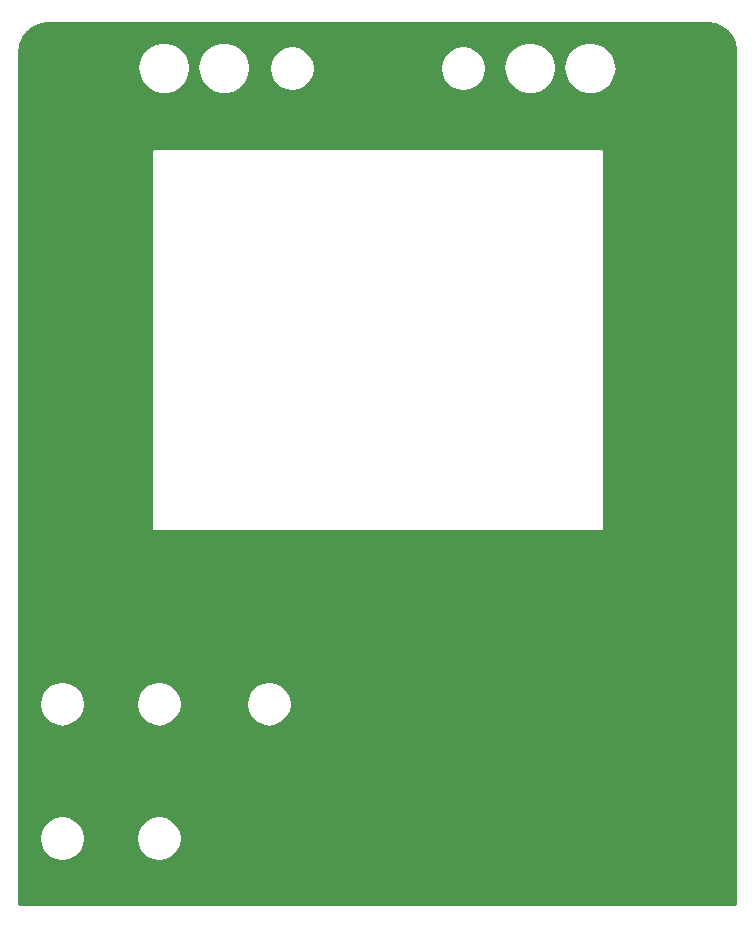
<source format=gbl>
G04 #@! TF.GenerationSoftware,KiCad,Pcbnew,5.0.2-bee76a0~70~ubuntu18.04.1*
G04 #@! TF.CreationDate,2019-01-09T05:36:41+01:00*
G04 #@! TF.ProjectId,front,66726f6e-742e-46b6-9963-61645f706362,rev?*
G04 #@! TF.SameCoordinates,Original*
G04 #@! TF.FileFunction,Copper,L2,Bot*
G04 #@! TF.FilePolarity,Positive*
%FSLAX46Y46*%
G04 Gerber Fmt 4.6, Leading zero omitted, Abs format (unit mm)*
G04 Created by KiCad (PCBNEW 5.0.2-bee76a0~70~ubuntu18.04.1) date Mi 09 Jan 2019 05:36:41 CET*
%MOMM*%
%LPD*%
G01*
G04 APERTURE LIST*
G04 #@! TA.AperFunction,ComponentPad*
%ADD10C,6.400000*%
G04 #@! TD*
G04 #@! TA.AperFunction,ComponentPad*
%ADD11C,0.800000*%
G04 #@! TD*
G04 #@! TA.AperFunction,Conductor*
%ADD12C,0.254000*%
G04 #@! TD*
G04 APERTURE END LIST*
D10*
G04 #@! TO.P,H1,1*
G04 #@! TO.N,GND*
X124100000Y-59000000D03*
D11*
G04 #@! TO.N,N/C*
X126500000Y-59000000D03*
X125797056Y-60697056D03*
X124100000Y-61400000D03*
X122402944Y-60697056D03*
X121700000Y-59000000D03*
X122402944Y-57302944D03*
X124100000Y-56600000D03*
X125797056Y-57302944D03*
G04 #@! TD*
G04 #@! TO.P,H2,1*
G04 #@! TO.N,N/C*
X178697056Y-57302944D03*
X177000000Y-56600000D03*
X175302944Y-57302944D03*
X174600000Y-59000000D03*
X175302944Y-60697056D03*
X177000000Y-61400000D03*
X178697056Y-60697056D03*
X179400000Y-59000000D03*
D10*
G04 #@! TO.N,GND*
X177000000Y-59000000D03*
G04 #@! TD*
D12*
G04 #@! TO.N,GND*
G36*
X179071090Y-55275751D02*
X179606297Y-55487654D01*
X180071989Y-55825999D01*
X180438910Y-56269530D01*
X180684001Y-56790375D01*
X180793666Y-57365261D01*
X180798001Y-57503194D01*
X180798000Y-62019892D01*
X180798001Y-62019897D01*
X180798000Y-129798000D01*
X120202000Y-129798000D01*
X120202000Y-124200000D01*
X121853000Y-124200000D01*
X121948293Y-124801656D01*
X122224844Y-125344418D01*
X122655582Y-125775156D01*
X123198344Y-126051707D01*
X123800000Y-126147000D01*
X124401656Y-126051707D01*
X124944418Y-125775156D01*
X125375156Y-125344418D01*
X125651707Y-124801656D01*
X125747000Y-124200000D01*
X130053000Y-124200000D01*
X130148293Y-124801656D01*
X130424844Y-125344418D01*
X130855582Y-125775156D01*
X131398344Y-126051707D01*
X132000000Y-126147000D01*
X132601656Y-126051707D01*
X133144418Y-125775156D01*
X133575156Y-125344418D01*
X133851707Y-124801656D01*
X133947000Y-124200000D01*
X133851707Y-123598344D01*
X133575156Y-123055582D01*
X133144418Y-122624844D01*
X132601656Y-122348293D01*
X132000000Y-122253000D01*
X131398344Y-122348293D01*
X130855582Y-122624844D01*
X130424844Y-123055582D01*
X130148293Y-123598344D01*
X130053000Y-124200000D01*
X125747000Y-124200000D01*
X125651707Y-123598344D01*
X125375156Y-123055582D01*
X124944418Y-122624844D01*
X124401656Y-122348293D01*
X123800000Y-122253000D01*
X123198344Y-122348293D01*
X122655582Y-122624844D01*
X122224844Y-123055582D01*
X121948293Y-123598344D01*
X121853000Y-124200000D01*
X120202000Y-124200000D01*
X120202000Y-112800000D01*
X121853000Y-112800000D01*
X121948293Y-113401656D01*
X122224844Y-113944418D01*
X122655582Y-114375156D01*
X123198344Y-114651707D01*
X123800000Y-114747000D01*
X124401656Y-114651707D01*
X124944418Y-114375156D01*
X125375156Y-113944418D01*
X125651707Y-113401656D01*
X125747000Y-112800000D01*
X130053000Y-112800000D01*
X130148293Y-113401656D01*
X130424844Y-113944418D01*
X130855582Y-114375156D01*
X131398344Y-114651707D01*
X132000000Y-114747000D01*
X132601656Y-114651707D01*
X133144418Y-114375156D01*
X133575156Y-113944418D01*
X133851707Y-113401656D01*
X133947000Y-112800000D01*
X139353000Y-112800000D01*
X139448293Y-113401656D01*
X139724844Y-113944418D01*
X140155582Y-114375156D01*
X140698344Y-114651707D01*
X141300000Y-114747000D01*
X141901656Y-114651707D01*
X142444418Y-114375156D01*
X142875156Y-113944418D01*
X143151707Y-113401656D01*
X143247000Y-112800000D01*
X143151707Y-112198344D01*
X142875156Y-111655582D01*
X142444418Y-111224844D01*
X141901656Y-110948293D01*
X141300000Y-110853000D01*
X140698344Y-110948293D01*
X140155582Y-111224844D01*
X139724844Y-111655582D01*
X139448293Y-112198344D01*
X139353000Y-112800000D01*
X133947000Y-112800000D01*
X133851707Y-112198344D01*
X133575156Y-111655582D01*
X133144418Y-111224844D01*
X132601656Y-110948293D01*
X132000000Y-110853000D01*
X131398344Y-110948293D01*
X130855582Y-111224844D01*
X130424844Y-111655582D01*
X130148293Y-112198344D01*
X130053000Y-112800000D01*
X125747000Y-112800000D01*
X125651707Y-112198344D01*
X125375156Y-111655582D01*
X124944418Y-111224844D01*
X124401656Y-110948293D01*
X123800000Y-110853000D01*
X123198344Y-110948293D01*
X122655582Y-111224844D01*
X122224844Y-111655582D01*
X121948293Y-112198344D01*
X121853000Y-112800000D01*
X120202000Y-112800000D01*
X120202000Y-66000000D01*
X131294043Y-66000000D01*
X131298001Y-66019898D01*
X131298000Y-97980107D01*
X131294043Y-98000000D01*
X131309721Y-98078816D01*
X131354366Y-98145634D01*
X131421184Y-98190279D01*
X131500000Y-98205957D01*
X131519892Y-98202000D01*
X169480108Y-98202000D01*
X169500000Y-98205957D01*
X169578816Y-98190279D01*
X169645634Y-98145634D01*
X169690279Y-98078816D01*
X169702000Y-98019893D01*
X169702000Y-98019892D01*
X169705957Y-98000000D01*
X169702000Y-97980107D01*
X169702000Y-66019893D01*
X169705957Y-66000000D01*
X169690279Y-65921184D01*
X169645634Y-65854366D01*
X169578816Y-65809721D01*
X169519893Y-65798000D01*
X169519892Y-65798000D01*
X169500000Y-65794043D01*
X169480107Y-65798000D01*
X131519893Y-65798000D01*
X131500000Y-65794043D01*
X131480108Y-65798000D01*
X131480107Y-65798000D01*
X131421184Y-65809721D01*
X131354366Y-65854366D01*
X131309721Y-65921184D01*
X131294043Y-66000000D01*
X120202000Y-66000000D01*
X120202000Y-60552447D01*
X121675944Y-60552447D01*
X121675944Y-60841665D01*
X121786623Y-61108869D01*
X121991131Y-61313377D01*
X122258335Y-61424056D01*
X122547553Y-61424056D01*
X122814757Y-61313377D01*
X122872743Y-61255391D01*
X123373000Y-61255391D01*
X123373000Y-61544609D01*
X123483679Y-61811813D01*
X123688187Y-62016321D01*
X123955391Y-62127000D01*
X124244609Y-62127000D01*
X124511813Y-62016321D01*
X124716321Y-61811813D01*
X124827000Y-61544609D01*
X124827000Y-61255391D01*
X124716321Y-60988187D01*
X124511813Y-60783679D01*
X124244609Y-60673000D01*
X123955391Y-60673000D01*
X123688187Y-60783679D01*
X123483679Y-60988187D01*
X123373000Y-61255391D01*
X122872743Y-61255391D01*
X123019265Y-61108869D01*
X123129944Y-60841665D01*
X123129944Y-60552447D01*
X125070056Y-60552447D01*
X125070056Y-60841665D01*
X125180735Y-61108869D01*
X125385243Y-61313377D01*
X125652447Y-61424056D01*
X125941665Y-61424056D01*
X126208869Y-61313377D01*
X126413377Y-61108869D01*
X126524056Y-60841665D01*
X126524056Y-60552447D01*
X126413377Y-60285243D01*
X126208869Y-60080735D01*
X125941665Y-59970056D01*
X125652447Y-59970056D01*
X125385243Y-60080735D01*
X125180735Y-60285243D01*
X125070056Y-60552447D01*
X123129944Y-60552447D01*
X123019265Y-60285243D01*
X122814757Y-60080735D01*
X122547553Y-59970056D01*
X122258335Y-59970056D01*
X121991131Y-60080735D01*
X121786623Y-60285243D01*
X121675944Y-60552447D01*
X120202000Y-60552447D01*
X120202000Y-58855391D01*
X120973000Y-58855391D01*
X120973000Y-59144609D01*
X121083679Y-59411813D01*
X121288187Y-59616321D01*
X121555391Y-59727000D01*
X121844609Y-59727000D01*
X122111813Y-59616321D01*
X122316321Y-59411813D01*
X122427000Y-59144609D01*
X122427000Y-58855391D01*
X125773000Y-58855391D01*
X125773000Y-59144609D01*
X125883679Y-59411813D01*
X126088187Y-59616321D01*
X126355391Y-59727000D01*
X126644609Y-59727000D01*
X126911813Y-59616321D01*
X127116321Y-59411813D01*
X127227000Y-59144609D01*
X127227000Y-59006252D01*
X130188768Y-59006252D01*
X130286783Y-59635759D01*
X130557541Y-60212454D01*
X130979275Y-60689977D01*
X131518081Y-61029938D01*
X132130647Y-61205010D01*
X132767728Y-61201119D01*
X133378109Y-61018576D01*
X133912722Y-60672057D01*
X134328591Y-60189418D01*
X134592282Y-59609458D01*
X134678668Y-59006252D01*
X135268768Y-59006252D01*
X135366783Y-59635759D01*
X135637541Y-60212454D01*
X136059275Y-60689977D01*
X136598081Y-61029938D01*
X137210647Y-61205010D01*
X137847728Y-61201119D01*
X138458109Y-61018576D01*
X138992722Y-60672057D01*
X139408591Y-60189418D01*
X139672282Y-59609458D01*
X139759563Y-59000000D01*
X141303000Y-59000000D01*
X141398293Y-59601656D01*
X141674844Y-60144418D01*
X142105582Y-60575156D01*
X142648344Y-60851707D01*
X143250000Y-60947000D01*
X143851656Y-60851707D01*
X144394418Y-60575156D01*
X144825156Y-60144418D01*
X145101707Y-59601656D01*
X145197000Y-59000000D01*
X155803000Y-59000000D01*
X155898293Y-59601656D01*
X156174844Y-60144418D01*
X156605582Y-60575156D01*
X157148344Y-60851707D01*
X157750000Y-60947000D01*
X158351656Y-60851707D01*
X158894418Y-60575156D01*
X159325156Y-60144418D01*
X159601707Y-59601656D01*
X159696009Y-59006252D01*
X161176768Y-59006252D01*
X161274783Y-59635759D01*
X161545541Y-60212454D01*
X161967275Y-60689977D01*
X162506081Y-61029938D01*
X163118647Y-61205010D01*
X163755728Y-61201119D01*
X164366109Y-61018576D01*
X164900722Y-60672057D01*
X165316591Y-60189418D01*
X165580282Y-59609458D01*
X165666668Y-59006252D01*
X166256768Y-59006252D01*
X166354783Y-59635759D01*
X166625541Y-60212454D01*
X167047275Y-60689977D01*
X167586081Y-61029938D01*
X168198647Y-61205010D01*
X168835728Y-61201119D01*
X169446109Y-61018576D01*
X169980722Y-60672057D01*
X170083784Y-60552447D01*
X174575944Y-60552447D01*
X174575944Y-60841665D01*
X174686623Y-61108869D01*
X174891131Y-61313377D01*
X175158335Y-61424056D01*
X175447553Y-61424056D01*
X175714757Y-61313377D01*
X175772743Y-61255391D01*
X176273000Y-61255391D01*
X176273000Y-61544609D01*
X176383679Y-61811813D01*
X176588187Y-62016321D01*
X176855391Y-62127000D01*
X177144609Y-62127000D01*
X177411813Y-62016321D01*
X177616321Y-61811813D01*
X177727000Y-61544609D01*
X177727000Y-61255391D01*
X177616321Y-60988187D01*
X177411813Y-60783679D01*
X177144609Y-60673000D01*
X176855391Y-60673000D01*
X176588187Y-60783679D01*
X176383679Y-60988187D01*
X176273000Y-61255391D01*
X175772743Y-61255391D01*
X175919265Y-61108869D01*
X176029944Y-60841665D01*
X176029944Y-60552447D01*
X177970056Y-60552447D01*
X177970056Y-60841665D01*
X178080735Y-61108869D01*
X178285243Y-61313377D01*
X178552447Y-61424056D01*
X178841665Y-61424056D01*
X179108869Y-61313377D01*
X179313377Y-61108869D01*
X179424056Y-60841665D01*
X179424056Y-60552447D01*
X179313377Y-60285243D01*
X179108869Y-60080735D01*
X178841665Y-59970056D01*
X178552447Y-59970056D01*
X178285243Y-60080735D01*
X178080735Y-60285243D01*
X177970056Y-60552447D01*
X176029944Y-60552447D01*
X175919265Y-60285243D01*
X175714757Y-60080735D01*
X175447553Y-59970056D01*
X175158335Y-59970056D01*
X174891131Y-60080735D01*
X174686623Y-60285243D01*
X174575944Y-60552447D01*
X170083784Y-60552447D01*
X170396591Y-60189418D01*
X170660282Y-59609458D01*
X170750600Y-58978800D01*
X170749929Y-58923901D01*
X170738403Y-58855391D01*
X173873000Y-58855391D01*
X173873000Y-59144609D01*
X173983679Y-59411813D01*
X174188187Y-59616321D01*
X174455391Y-59727000D01*
X174744609Y-59727000D01*
X175011813Y-59616321D01*
X175216321Y-59411813D01*
X175327000Y-59144609D01*
X175327000Y-58855391D01*
X178673000Y-58855391D01*
X178673000Y-59144609D01*
X178783679Y-59411813D01*
X178988187Y-59616321D01*
X179255391Y-59727000D01*
X179544609Y-59727000D01*
X179811813Y-59616321D01*
X180016321Y-59411813D01*
X180127000Y-59144609D01*
X180127000Y-58855391D01*
X180016321Y-58588187D01*
X179811813Y-58383679D01*
X179544609Y-58273000D01*
X179255391Y-58273000D01*
X178988187Y-58383679D01*
X178783679Y-58588187D01*
X178673000Y-58855391D01*
X175327000Y-58855391D01*
X175216321Y-58588187D01*
X175011813Y-58383679D01*
X174744609Y-58273000D01*
X174455391Y-58273000D01*
X174188187Y-58383679D01*
X173983679Y-58588187D01*
X173873000Y-58855391D01*
X170738403Y-58855391D01*
X170644230Y-58295638D01*
X170366447Y-57722294D01*
X169938911Y-57249959D01*
X169789687Y-57158335D01*
X174575944Y-57158335D01*
X174575944Y-57447553D01*
X174686623Y-57714757D01*
X174891131Y-57919265D01*
X175158335Y-58029944D01*
X175447553Y-58029944D01*
X175714757Y-57919265D01*
X175919265Y-57714757D01*
X176029944Y-57447553D01*
X176029944Y-57158335D01*
X175919265Y-56891131D01*
X175714757Y-56686623D01*
X175447553Y-56575944D01*
X175158335Y-56575944D01*
X174891131Y-56686623D01*
X174686623Y-56891131D01*
X174575944Y-57158335D01*
X169789687Y-57158335D01*
X169395991Y-56916605D01*
X168781333Y-56749030D01*
X168144347Y-56760705D01*
X167536242Y-56950691D01*
X167005902Y-57303715D01*
X166595961Y-57791399D01*
X166339374Y-58374537D01*
X166256768Y-59006252D01*
X165666668Y-59006252D01*
X165670600Y-58978800D01*
X165669929Y-58923901D01*
X165564230Y-58295638D01*
X165286447Y-57722294D01*
X164858911Y-57249959D01*
X164315991Y-56916605D01*
X163701333Y-56749030D01*
X163064347Y-56760705D01*
X162456242Y-56950691D01*
X161925902Y-57303715D01*
X161515961Y-57791399D01*
X161259374Y-58374537D01*
X161176768Y-59006252D01*
X159696009Y-59006252D01*
X159697000Y-59000000D01*
X159601707Y-58398344D01*
X159325156Y-57855582D01*
X158894418Y-57424844D01*
X158351656Y-57148293D01*
X157750000Y-57053000D01*
X157148344Y-57148293D01*
X156605582Y-57424844D01*
X156174844Y-57855582D01*
X155898293Y-58398344D01*
X155803000Y-59000000D01*
X145197000Y-59000000D01*
X145101707Y-58398344D01*
X144825156Y-57855582D01*
X144394418Y-57424844D01*
X143851656Y-57148293D01*
X143250000Y-57053000D01*
X142648344Y-57148293D01*
X142105582Y-57424844D01*
X141674844Y-57855582D01*
X141398293Y-58398344D01*
X141303000Y-59000000D01*
X139759563Y-59000000D01*
X139762600Y-58978800D01*
X139761929Y-58923901D01*
X139656230Y-58295638D01*
X139378447Y-57722294D01*
X138950911Y-57249959D01*
X138407991Y-56916605D01*
X137793333Y-56749030D01*
X137156347Y-56760705D01*
X136548242Y-56950691D01*
X136017902Y-57303715D01*
X135607961Y-57791399D01*
X135351374Y-58374537D01*
X135268768Y-59006252D01*
X134678668Y-59006252D01*
X134682600Y-58978800D01*
X134681929Y-58923901D01*
X134576230Y-58295638D01*
X134298447Y-57722294D01*
X133870911Y-57249959D01*
X133327991Y-56916605D01*
X132713333Y-56749030D01*
X132076347Y-56760705D01*
X131468242Y-56950691D01*
X130937902Y-57303715D01*
X130527961Y-57791399D01*
X130271374Y-58374537D01*
X130188768Y-59006252D01*
X127227000Y-59006252D01*
X127227000Y-58855391D01*
X127116321Y-58588187D01*
X126911813Y-58383679D01*
X126644609Y-58273000D01*
X126355391Y-58273000D01*
X126088187Y-58383679D01*
X125883679Y-58588187D01*
X125773000Y-58855391D01*
X122427000Y-58855391D01*
X122316321Y-58588187D01*
X122111813Y-58383679D01*
X121844609Y-58273000D01*
X121555391Y-58273000D01*
X121288187Y-58383679D01*
X121083679Y-58588187D01*
X120973000Y-58855391D01*
X120202000Y-58855391D01*
X120202000Y-57512707D01*
X120246767Y-57158335D01*
X121675944Y-57158335D01*
X121675944Y-57447553D01*
X121786623Y-57714757D01*
X121991131Y-57919265D01*
X122258335Y-58029944D01*
X122547553Y-58029944D01*
X122814757Y-57919265D01*
X123019265Y-57714757D01*
X123129944Y-57447553D01*
X123129944Y-57158335D01*
X123019265Y-56891131D01*
X122814757Y-56686623D01*
X122547553Y-56575944D01*
X122258335Y-56575944D01*
X121991131Y-56686623D01*
X121786623Y-56891131D01*
X121675944Y-57158335D01*
X120246767Y-57158335D01*
X120275751Y-56928910D01*
X120463230Y-56455391D01*
X123373000Y-56455391D01*
X123373000Y-56744609D01*
X123483679Y-57011813D01*
X123688187Y-57216321D01*
X123955391Y-57327000D01*
X124244609Y-57327000D01*
X124511813Y-57216321D01*
X124569799Y-57158335D01*
X125070056Y-57158335D01*
X125070056Y-57447553D01*
X125180735Y-57714757D01*
X125385243Y-57919265D01*
X125652447Y-58029944D01*
X125941665Y-58029944D01*
X126208869Y-57919265D01*
X126413377Y-57714757D01*
X126524056Y-57447553D01*
X126524056Y-57158335D01*
X126413377Y-56891131D01*
X126208869Y-56686623D01*
X125941665Y-56575944D01*
X125652447Y-56575944D01*
X125385243Y-56686623D01*
X125180735Y-56891131D01*
X125070056Y-57158335D01*
X124569799Y-57158335D01*
X124716321Y-57011813D01*
X124827000Y-56744609D01*
X124827000Y-56455391D01*
X176273000Y-56455391D01*
X176273000Y-56744609D01*
X176383679Y-57011813D01*
X176588187Y-57216321D01*
X176855391Y-57327000D01*
X177144609Y-57327000D01*
X177411813Y-57216321D01*
X177469799Y-57158335D01*
X177970056Y-57158335D01*
X177970056Y-57447553D01*
X178080735Y-57714757D01*
X178285243Y-57919265D01*
X178552447Y-58029944D01*
X178841665Y-58029944D01*
X179108869Y-57919265D01*
X179313377Y-57714757D01*
X179424056Y-57447553D01*
X179424056Y-57158335D01*
X179313377Y-56891131D01*
X179108869Y-56686623D01*
X178841665Y-56575944D01*
X178552447Y-56575944D01*
X178285243Y-56686623D01*
X178080735Y-56891131D01*
X177970056Y-57158335D01*
X177469799Y-57158335D01*
X177616321Y-57011813D01*
X177727000Y-56744609D01*
X177727000Y-56455391D01*
X177616321Y-56188187D01*
X177411813Y-55983679D01*
X177144609Y-55873000D01*
X176855391Y-55873000D01*
X176588187Y-55983679D01*
X176383679Y-56188187D01*
X176273000Y-56455391D01*
X124827000Y-56455391D01*
X124716321Y-56188187D01*
X124511813Y-55983679D01*
X124244609Y-55873000D01*
X123955391Y-55873000D01*
X123688187Y-55983679D01*
X123483679Y-56188187D01*
X123373000Y-56455391D01*
X120463230Y-56455391D01*
X120487654Y-56393703D01*
X120825999Y-55928011D01*
X121269530Y-55561090D01*
X121790375Y-55315999D01*
X122365261Y-55206334D01*
X122503162Y-55202000D01*
X178487293Y-55202000D01*
X179071090Y-55275751D01*
X179071090Y-55275751D01*
G37*
X179071090Y-55275751D02*
X179606297Y-55487654D01*
X180071989Y-55825999D01*
X180438910Y-56269530D01*
X180684001Y-56790375D01*
X180793666Y-57365261D01*
X180798001Y-57503194D01*
X180798000Y-62019892D01*
X180798001Y-62019897D01*
X180798000Y-129798000D01*
X120202000Y-129798000D01*
X120202000Y-124200000D01*
X121853000Y-124200000D01*
X121948293Y-124801656D01*
X122224844Y-125344418D01*
X122655582Y-125775156D01*
X123198344Y-126051707D01*
X123800000Y-126147000D01*
X124401656Y-126051707D01*
X124944418Y-125775156D01*
X125375156Y-125344418D01*
X125651707Y-124801656D01*
X125747000Y-124200000D01*
X130053000Y-124200000D01*
X130148293Y-124801656D01*
X130424844Y-125344418D01*
X130855582Y-125775156D01*
X131398344Y-126051707D01*
X132000000Y-126147000D01*
X132601656Y-126051707D01*
X133144418Y-125775156D01*
X133575156Y-125344418D01*
X133851707Y-124801656D01*
X133947000Y-124200000D01*
X133851707Y-123598344D01*
X133575156Y-123055582D01*
X133144418Y-122624844D01*
X132601656Y-122348293D01*
X132000000Y-122253000D01*
X131398344Y-122348293D01*
X130855582Y-122624844D01*
X130424844Y-123055582D01*
X130148293Y-123598344D01*
X130053000Y-124200000D01*
X125747000Y-124200000D01*
X125651707Y-123598344D01*
X125375156Y-123055582D01*
X124944418Y-122624844D01*
X124401656Y-122348293D01*
X123800000Y-122253000D01*
X123198344Y-122348293D01*
X122655582Y-122624844D01*
X122224844Y-123055582D01*
X121948293Y-123598344D01*
X121853000Y-124200000D01*
X120202000Y-124200000D01*
X120202000Y-112800000D01*
X121853000Y-112800000D01*
X121948293Y-113401656D01*
X122224844Y-113944418D01*
X122655582Y-114375156D01*
X123198344Y-114651707D01*
X123800000Y-114747000D01*
X124401656Y-114651707D01*
X124944418Y-114375156D01*
X125375156Y-113944418D01*
X125651707Y-113401656D01*
X125747000Y-112800000D01*
X130053000Y-112800000D01*
X130148293Y-113401656D01*
X130424844Y-113944418D01*
X130855582Y-114375156D01*
X131398344Y-114651707D01*
X132000000Y-114747000D01*
X132601656Y-114651707D01*
X133144418Y-114375156D01*
X133575156Y-113944418D01*
X133851707Y-113401656D01*
X133947000Y-112800000D01*
X139353000Y-112800000D01*
X139448293Y-113401656D01*
X139724844Y-113944418D01*
X140155582Y-114375156D01*
X140698344Y-114651707D01*
X141300000Y-114747000D01*
X141901656Y-114651707D01*
X142444418Y-114375156D01*
X142875156Y-113944418D01*
X143151707Y-113401656D01*
X143247000Y-112800000D01*
X143151707Y-112198344D01*
X142875156Y-111655582D01*
X142444418Y-111224844D01*
X141901656Y-110948293D01*
X141300000Y-110853000D01*
X140698344Y-110948293D01*
X140155582Y-111224844D01*
X139724844Y-111655582D01*
X139448293Y-112198344D01*
X139353000Y-112800000D01*
X133947000Y-112800000D01*
X133851707Y-112198344D01*
X133575156Y-111655582D01*
X133144418Y-111224844D01*
X132601656Y-110948293D01*
X132000000Y-110853000D01*
X131398344Y-110948293D01*
X130855582Y-111224844D01*
X130424844Y-111655582D01*
X130148293Y-112198344D01*
X130053000Y-112800000D01*
X125747000Y-112800000D01*
X125651707Y-112198344D01*
X125375156Y-111655582D01*
X124944418Y-111224844D01*
X124401656Y-110948293D01*
X123800000Y-110853000D01*
X123198344Y-110948293D01*
X122655582Y-111224844D01*
X122224844Y-111655582D01*
X121948293Y-112198344D01*
X121853000Y-112800000D01*
X120202000Y-112800000D01*
X120202000Y-66000000D01*
X131294043Y-66000000D01*
X131298001Y-66019898D01*
X131298000Y-97980107D01*
X131294043Y-98000000D01*
X131309721Y-98078816D01*
X131354366Y-98145634D01*
X131421184Y-98190279D01*
X131500000Y-98205957D01*
X131519892Y-98202000D01*
X169480108Y-98202000D01*
X169500000Y-98205957D01*
X169578816Y-98190279D01*
X169645634Y-98145634D01*
X169690279Y-98078816D01*
X169702000Y-98019893D01*
X169702000Y-98019892D01*
X169705957Y-98000000D01*
X169702000Y-97980107D01*
X169702000Y-66019893D01*
X169705957Y-66000000D01*
X169690279Y-65921184D01*
X169645634Y-65854366D01*
X169578816Y-65809721D01*
X169519893Y-65798000D01*
X169519892Y-65798000D01*
X169500000Y-65794043D01*
X169480107Y-65798000D01*
X131519893Y-65798000D01*
X131500000Y-65794043D01*
X131480108Y-65798000D01*
X131480107Y-65798000D01*
X131421184Y-65809721D01*
X131354366Y-65854366D01*
X131309721Y-65921184D01*
X131294043Y-66000000D01*
X120202000Y-66000000D01*
X120202000Y-60552447D01*
X121675944Y-60552447D01*
X121675944Y-60841665D01*
X121786623Y-61108869D01*
X121991131Y-61313377D01*
X122258335Y-61424056D01*
X122547553Y-61424056D01*
X122814757Y-61313377D01*
X122872743Y-61255391D01*
X123373000Y-61255391D01*
X123373000Y-61544609D01*
X123483679Y-61811813D01*
X123688187Y-62016321D01*
X123955391Y-62127000D01*
X124244609Y-62127000D01*
X124511813Y-62016321D01*
X124716321Y-61811813D01*
X124827000Y-61544609D01*
X124827000Y-61255391D01*
X124716321Y-60988187D01*
X124511813Y-60783679D01*
X124244609Y-60673000D01*
X123955391Y-60673000D01*
X123688187Y-60783679D01*
X123483679Y-60988187D01*
X123373000Y-61255391D01*
X122872743Y-61255391D01*
X123019265Y-61108869D01*
X123129944Y-60841665D01*
X123129944Y-60552447D01*
X125070056Y-60552447D01*
X125070056Y-60841665D01*
X125180735Y-61108869D01*
X125385243Y-61313377D01*
X125652447Y-61424056D01*
X125941665Y-61424056D01*
X126208869Y-61313377D01*
X126413377Y-61108869D01*
X126524056Y-60841665D01*
X126524056Y-60552447D01*
X126413377Y-60285243D01*
X126208869Y-60080735D01*
X125941665Y-59970056D01*
X125652447Y-59970056D01*
X125385243Y-60080735D01*
X125180735Y-60285243D01*
X125070056Y-60552447D01*
X123129944Y-60552447D01*
X123019265Y-60285243D01*
X122814757Y-60080735D01*
X122547553Y-59970056D01*
X122258335Y-59970056D01*
X121991131Y-60080735D01*
X121786623Y-60285243D01*
X121675944Y-60552447D01*
X120202000Y-60552447D01*
X120202000Y-58855391D01*
X120973000Y-58855391D01*
X120973000Y-59144609D01*
X121083679Y-59411813D01*
X121288187Y-59616321D01*
X121555391Y-59727000D01*
X121844609Y-59727000D01*
X122111813Y-59616321D01*
X122316321Y-59411813D01*
X122427000Y-59144609D01*
X122427000Y-58855391D01*
X125773000Y-58855391D01*
X125773000Y-59144609D01*
X125883679Y-59411813D01*
X126088187Y-59616321D01*
X126355391Y-59727000D01*
X126644609Y-59727000D01*
X126911813Y-59616321D01*
X127116321Y-59411813D01*
X127227000Y-59144609D01*
X127227000Y-59006252D01*
X130188768Y-59006252D01*
X130286783Y-59635759D01*
X130557541Y-60212454D01*
X130979275Y-60689977D01*
X131518081Y-61029938D01*
X132130647Y-61205010D01*
X132767728Y-61201119D01*
X133378109Y-61018576D01*
X133912722Y-60672057D01*
X134328591Y-60189418D01*
X134592282Y-59609458D01*
X134678668Y-59006252D01*
X135268768Y-59006252D01*
X135366783Y-59635759D01*
X135637541Y-60212454D01*
X136059275Y-60689977D01*
X136598081Y-61029938D01*
X137210647Y-61205010D01*
X137847728Y-61201119D01*
X138458109Y-61018576D01*
X138992722Y-60672057D01*
X139408591Y-60189418D01*
X139672282Y-59609458D01*
X139759563Y-59000000D01*
X141303000Y-59000000D01*
X141398293Y-59601656D01*
X141674844Y-60144418D01*
X142105582Y-60575156D01*
X142648344Y-60851707D01*
X143250000Y-60947000D01*
X143851656Y-60851707D01*
X144394418Y-60575156D01*
X144825156Y-60144418D01*
X145101707Y-59601656D01*
X145197000Y-59000000D01*
X155803000Y-59000000D01*
X155898293Y-59601656D01*
X156174844Y-60144418D01*
X156605582Y-60575156D01*
X157148344Y-60851707D01*
X157750000Y-60947000D01*
X158351656Y-60851707D01*
X158894418Y-60575156D01*
X159325156Y-60144418D01*
X159601707Y-59601656D01*
X159696009Y-59006252D01*
X161176768Y-59006252D01*
X161274783Y-59635759D01*
X161545541Y-60212454D01*
X161967275Y-60689977D01*
X162506081Y-61029938D01*
X163118647Y-61205010D01*
X163755728Y-61201119D01*
X164366109Y-61018576D01*
X164900722Y-60672057D01*
X165316591Y-60189418D01*
X165580282Y-59609458D01*
X165666668Y-59006252D01*
X166256768Y-59006252D01*
X166354783Y-59635759D01*
X166625541Y-60212454D01*
X167047275Y-60689977D01*
X167586081Y-61029938D01*
X168198647Y-61205010D01*
X168835728Y-61201119D01*
X169446109Y-61018576D01*
X169980722Y-60672057D01*
X170083784Y-60552447D01*
X174575944Y-60552447D01*
X174575944Y-60841665D01*
X174686623Y-61108869D01*
X174891131Y-61313377D01*
X175158335Y-61424056D01*
X175447553Y-61424056D01*
X175714757Y-61313377D01*
X175772743Y-61255391D01*
X176273000Y-61255391D01*
X176273000Y-61544609D01*
X176383679Y-61811813D01*
X176588187Y-62016321D01*
X176855391Y-62127000D01*
X177144609Y-62127000D01*
X177411813Y-62016321D01*
X177616321Y-61811813D01*
X177727000Y-61544609D01*
X177727000Y-61255391D01*
X177616321Y-60988187D01*
X177411813Y-60783679D01*
X177144609Y-60673000D01*
X176855391Y-60673000D01*
X176588187Y-60783679D01*
X176383679Y-60988187D01*
X176273000Y-61255391D01*
X175772743Y-61255391D01*
X175919265Y-61108869D01*
X176029944Y-60841665D01*
X176029944Y-60552447D01*
X177970056Y-60552447D01*
X177970056Y-60841665D01*
X178080735Y-61108869D01*
X178285243Y-61313377D01*
X178552447Y-61424056D01*
X178841665Y-61424056D01*
X179108869Y-61313377D01*
X179313377Y-61108869D01*
X179424056Y-60841665D01*
X179424056Y-60552447D01*
X179313377Y-60285243D01*
X179108869Y-60080735D01*
X178841665Y-59970056D01*
X178552447Y-59970056D01*
X178285243Y-60080735D01*
X178080735Y-60285243D01*
X177970056Y-60552447D01*
X176029944Y-60552447D01*
X175919265Y-60285243D01*
X175714757Y-60080735D01*
X175447553Y-59970056D01*
X175158335Y-59970056D01*
X174891131Y-60080735D01*
X174686623Y-60285243D01*
X174575944Y-60552447D01*
X170083784Y-60552447D01*
X170396591Y-60189418D01*
X170660282Y-59609458D01*
X170750600Y-58978800D01*
X170749929Y-58923901D01*
X170738403Y-58855391D01*
X173873000Y-58855391D01*
X173873000Y-59144609D01*
X173983679Y-59411813D01*
X174188187Y-59616321D01*
X174455391Y-59727000D01*
X174744609Y-59727000D01*
X175011813Y-59616321D01*
X175216321Y-59411813D01*
X175327000Y-59144609D01*
X175327000Y-58855391D01*
X178673000Y-58855391D01*
X178673000Y-59144609D01*
X178783679Y-59411813D01*
X178988187Y-59616321D01*
X179255391Y-59727000D01*
X179544609Y-59727000D01*
X179811813Y-59616321D01*
X180016321Y-59411813D01*
X180127000Y-59144609D01*
X180127000Y-58855391D01*
X180016321Y-58588187D01*
X179811813Y-58383679D01*
X179544609Y-58273000D01*
X179255391Y-58273000D01*
X178988187Y-58383679D01*
X178783679Y-58588187D01*
X178673000Y-58855391D01*
X175327000Y-58855391D01*
X175216321Y-58588187D01*
X175011813Y-58383679D01*
X174744609Y-58273000D01*
X174455391Y-58273000D01*
X174188187Y-58383679D01*
X173983679Y-58588187D01*
X173873000Y-58855391D01*
X170738403Y-58855391D01*
X170644230Y-58295638D01*
X170366447Y-57722294D01*
X169938911Y-57249959D01*
X169789687Y-57158335D01*
X174575944Y-57158335D01*
X174575944Y-57447553D01*
X174686623Y-57714757D01*
X174891131Y-57919265D01*
X175158335Y-58029944D01*
X175447553Y-58029944D01*
X175714757Y-57919265D01*
X175919265Y-57714757D01*
X176029944Y-57447553D01*
X176029944Y-57158335D01*
X175919265Y-56891131D01*
X175714757Y-56686623D01*
X175447553Y-56575944D01*
X175158335Y-56575944D01*
X174891131Y-56686623D01*
X174686623Y-56891131D01*
X174575944Y-57158335D01*
X169789687Y-57158335D01*
X169395991Y-56916605D01*
X168781333Y-56749030D01*
X168144347Y-56760705D01*
X167536242Y-56950691D01*
X167005902Y-57303715D01*
X166595961Y-57791399D01*
X166339374Y-58374537D01*
X166256768Y-59006252D01*
X165666668Y-59006252D01*
X165670600Y-58978800D01*
X165669929Y-58923901D01*
X165564230Y-58295638D01*
X165286447Y-57722294D01*
X164858911Y-57249959D01*
X164315991Y-56916605D01*
X163701333Y-56749030D01*
X163064347Y-56760705D01*
X162456242Y-56950691D01*
X161925902Y-57303715D01*
X161515961Y-57791399D01*
X161259374Y-58374537D01*
X161176768Y-59006252D01*
X159696009Y-59006252D01*
X159697000Y-59000000D01*
X159601707Y-58398344D01*
X159325156Y-57855582D01*
X158894418Y-57424844D01*
X158351656Y-57148293D01*
X157750000Y-57053000D01*
X157148344Y-57148293D01*
X156605582Y-57424844D01*
X156174844Y-57855582D01*
X155898293Y-58398344D01*
X155803000Y-59000000D01*
X145197000Y-59000000D01*
X145101707Y-58398344D01*
X144825156Y-57855582D01*
X144394418Y-57424844D01*
X143851656Y-57148293D01*
X143250000Y-57053000D01*
X142648344Y-57148293D01*
X142105582Y-57424844D01*
X141674844Y-57855582D01*
X141398293Y-58398344D01*
X141303000Y-59000000D01*
X139759563Y-59000000D01*
X139762600Y-58978800D01*
X139761929Y-58923901D01*
X139656230Y-58295638D01*
X139378447Y-57722294D01*
X138950911Y-57249959D01*
X138407991Y-56916605D01*
X137793333Y-56749030D01*
X137156347Y-56760705D01*
X136548242Y-56950691D01*
X136017902Y-57303715D01*
X135607961Y-57791399D01*
X135351374Y-58374537D01*
X135268768Y-59006252D01*
X134678668Y-59006252D01*
X134682600Y-58978800D01*
X134681929Y-58923901D01*
X134576230Y-58295638D01*
X134298447Y-57722294D01*
X133870911Y-57249959D01*
X133327991Y-56916605D01*
X132713333Y-56749030D01*
X132076347Y-56760705D01*
X131468242Y-56950691D01*
X130937902Y-57303715D01*
X130527961Y-57791399D01*
X130271374Y-58374537D01*
X130188768Y-59006252D01*
X127227000Y-59006252D01*
X127227000Y-58855391D01*
X127116321Y-58588187D01*
X126911813Y-58383679D01*
X126644609Y-58273000D01*
X126355391Y-58273000D01*
X126088187Y-58383679D01*
X125883679Y-58588187D01*
X125773000Y-58855391D01*
X122427000Y-58855391D01*
X122316321Y-58588187D01*
X122111813Y-58383679D01*
X121844609Y-58273000D01*
X121555391Y-58273000D01*
X121288187Y-58383679D01*
X121083679Y-58588187D01*
X120973000Y-58855391D01*
X120202000Y-58855391D01*
X120202000Y-57512707D01*
X120246767Y-57158335D01*
X121675944Y-57158335D01*
X121675944Y-57447553D01*
X121786623Y-57714757D01*
X121991131Y-57919265D01*
X122258335Y-58029944D01*
X122547553Y-58029944D01*
X122814757Y-57919265D01*
X123019265Y-57714757D01*
X123129944Y-57447553D01*
X123129944Y-57158335D01*
X123019265Y-56891131D01*
X122814757Y-56686623D01*
X122547553Y-56575944D01*
X122258335Y-56575944D01*
X121991131Y-56686623D01*
X121786623Y-56891131D01*
X121675944Y-57158335D01*
X120246767Y-57158335D01*
X120275751Y-56928910D01*
X120463230Y-56455391D01*
X123373000Y-56455391D01*
X123373000Y-56744609D01*
X123483679Y-57011813D01*
X123688187Y-57216321D01*
X123955391Y-57327000D01*
X124244609Y-57327000D01*
X124511813Y-57216321D01*
X124569799Y-57158335D01*
X125070056Y-57158335D01*
X125070056Y-57447553D01*
X125180735Y-57714757D01*
X125385243Y-57919265D01*
X125652447Y-58029944D01*
X125941665Y-58029944D01*
X126208869Y-57919265D01*
X126413377Y-57714757D01*
X126524056Y-57447553D01*
X126524056Y-57158335D01*
X126413377Y-56891131D01*
X126208869Y-56686623D01*
X125941665Y-56575944D01*
X125652447Y-56575944D01*
X125385243Y-56686623D01*
X125180735Y-56891131D01*
X125070056Y-57158335D01*
X124569799Y-57158335D01*
X124716321Y-57011813D01*
X124827000Y-56744609D01*
X124827000Y-56455391D01*
X176273000Y-56455391D01*
X176273000Y-56744609D01*
X176383679Y-57011813D01*
X176588187Y-57216321D01*
X176855391Y-57327000D01*
X177144609Y-57327000D01*
X177411813Y-57216321D01*
X177469799Y-57158335D01*
X177970056Y-57158335D01*
X177970056Y-57447553D01*
X178080735Y-57714757D01*
X178285243Y-57919265D01*
X178552447Y-58029944D01*
X178841665Y-58029944D01*
X179108869Y-57919265D01*
X179313377Y-57714757D01*
X179424056Y-57447553D01*
X179424056Y-57158335D01*
X179313377Y-56891131D01*
X179108869Y-56686623D01*
X178841665Y-56575944D01*
X178552447Y-56575944D01*
X178285243Y-56686623D01*
X178080735Y-56891131D01*
X177970056Y-57158335D01*
X177469799Y-57158335D01*
X177616321Y-57011813D01*
X177727000Y-56744609D01*
X177727000Y-56455391D01*
X177616321Y-56188187D01*
X177411813Y-55983679D01*
X177144609Y-55873000D01*
X176855391Y-55873000D01*
X176588187Y-55983679D01*
X176383679Y-56188187D01*
X176273000Y-56455391D01*
X124827000Y-56455391D01*
X124716321Y-56188187D01*
X124511813Y-55983679D01*
X124244609Y-55873000D01*
X123955391Y-55873000D01*
X123688187Y-55983679D01*
X123483679Y-56188187D01*
X123373000Y-56455391D01*
X120463230Y-56455391D01*
X120487654Y-56393703D01*
X120825999Y-55928011D01*
X121269530Y-55561090D01*
X121790375Y-55315999D01*
X122365261Y-55206334D01*
X122503162Y-55202000D01*
X178487293Y-55202000D01*
X179071090Y-55275751D01*
G04 #@! TD*
M02*

</source>
